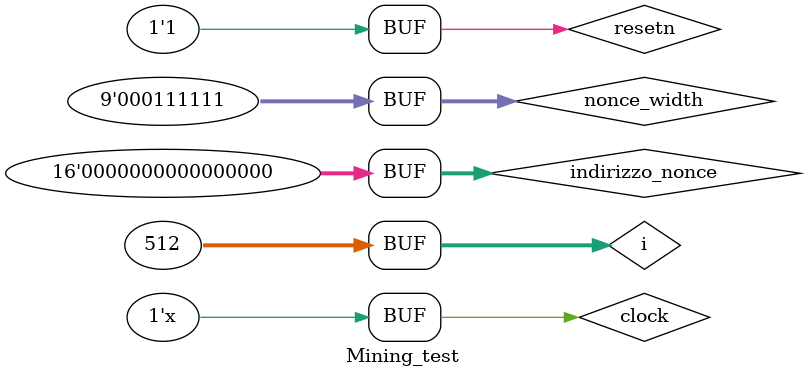
<source format=v>
`timescale 1ns / 1ps

module Mining_test;
    
    parameter LENGHT = 512;  //64-byte
    
    reg clock = 0;
    reg resetn = 1;
    reg stopw = 0;
    
    wire flag;             
    wire [511:0] chunk;
    wire [255:0] HASH;
    wire cs_n;
    wire wr_n;
    wire rd_n;
    wire [15:0] addr;
    wire [8:0] addr_width;
    wire [511:0] bram_data_out;
    wire [31:0] bram_data_in;   
    
    reg [31:0] message;
    reg [15:0] indirizzo = 0;
    reg [8:0] nonce_width = 9'd63;
    reg [15:0] indirizzo_nonce = 16'h0;
    reg [8:0] indirizzo_width = 9'd511;
    wire [2:0] state;   
    wire [31:0] NONCE;
    
    reg [LENGHT-1:0] messaggio;
    
    reg f = 0;
    
    integer i, j = 0;
    integer k = LENGHT-1;
    initial begin
        for (i=0;i<LENGHT;i=i+1) messaggio[i] = {$random}%2;
    end             
    
    always@(posedge clock) begin 
       if (f) begin    
           if (~stopw) begin                                                       
               message = messaggio[k-:32];
               #1 j = j + 1;
               #1 k = k - 32;
               #1 indirizzo_width = indirizzo_width - 32;
               //Dopo 16 iterazioni ho riempito un blocco da 512-bit
               if (j == 16) indirizzo = indirizzo + 1;
               if (j > 16) begin
                   k = k + 32;                  
                   indirizzo_width = 9'd511;
                   j = 0;
               end
               if (k < 0) stopw = 1'b1;                                     
           end 
       end
       else f = 1;         
    end
                        
    Mining_FSM fsm1(
        .clock(clock),
        .reset(resetn),      
        .stopw(stopw),                      
        .HASH(HASH),
        .indirizzo(indirizzo),
        .indirizzo_nonce(indirizzo_nonce),
        .indirizzo_width(indirizzo_width),
        .nonce_width(nonce_width),
        .message(message),
        .bram_data_out(bram_data_out),
        
        .chunk(chunk),
        .flag(flag),                      
        .bram_data_in(bram_data_in), 
        .cs_n(cs_n),
        .wr_n(wr_n), 
        .rd_n(rd_n),
        .addr(addr),
        .addr_width(addr_width),                       
        .state(state),        
        .NONCE_OUT(NONCE)      
        );
    
    Memoria m1(
        .clock(clock), 
        .addr(addr),
        .addr_width(addr_width),         
        .cs_n(cs_n),
        .wr_n(wr_n), 
        .rd_n(rd_n),    
        .bram_data_in(bram_data_in),
        
        .bram_data_out(bram_data_out)
        );
    
    
    SHA_256 sha1(
        .clock(clock),
        .reset(resetn),    
        .state(state),
        .chunk(chunk),       
        .flag(flag),
                                          
        .HASH(HASH)
        );
    
        
    always #5 clock = ~clock;
   
endmodule

</source>
